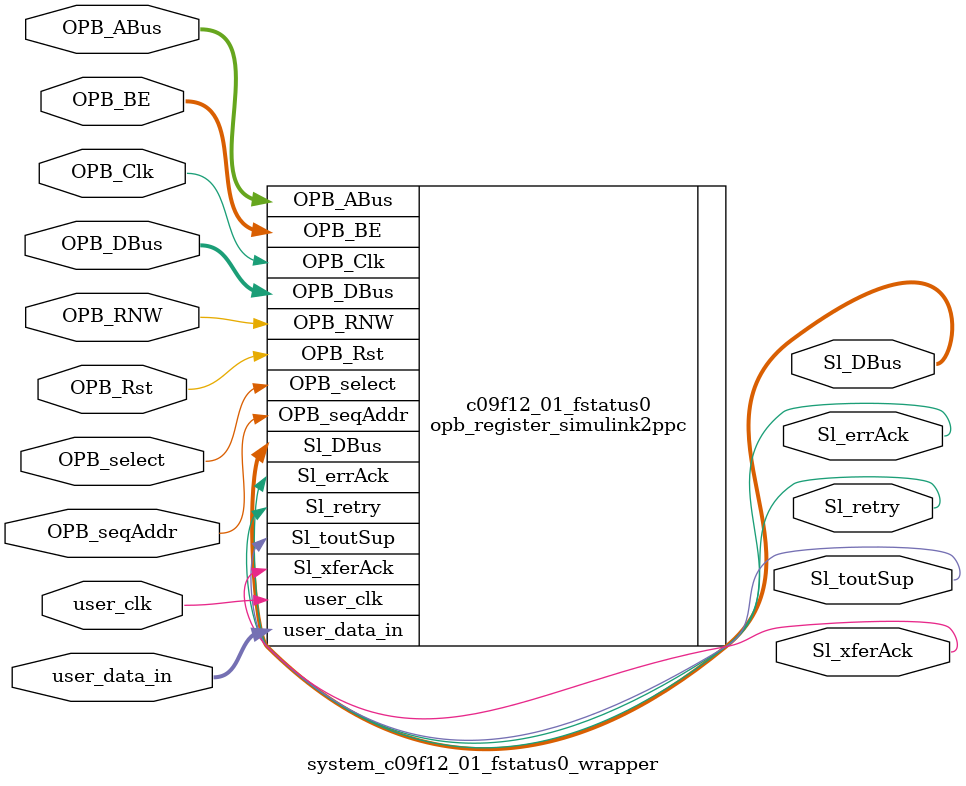
<source format=v>

module system_c09f12_01_fstatus0_wrapper
  (
    OPB_Clk,
    OPB_Rst,
    Sl_DBus,
    Sl_errAck,
    Sl_retry,
    Sl_toutSup,
    Sl_xferAck,
    OPB_ABus,
    OPB_BE,
    OPB_DBus,
    OPB_RNW,
    OPB_select,
    OPB_seqAddr,
    user_data_in,
    user_clk
  );
  input OPB_Clk;
  input OPB_Rst;
  output [0:31] Sl_DBus;
  output Sl_errAck;
  output Sl_retry;
  output Sl_toutSup;
  output Sl_xferAck;
  input [0:31] OPB_ABus;
  input [0:3] OPB_BE;
  input [0:31] OPB_DBus;
  input OPB_RNW;
  input OPB_select;
  input OPB_seqAddr;
  input [31:0] user_data_in;
  input user_clk;

  opb_register_simulink2ppc
    #(
      .C_BASEADDR ( 32'h0108C100 ),
      .C_HIGHADDR ( 32'h0108C1FF ),
      .C_OPB_AWIDTH ( 32 ),
      .C_OPB_DWIDTH ( 32 ),
      .C_FAMILY ( "virtex5" )
    )
    c09f12_01_fstatus0 (
      .OPB_Clk ( OPB_Clk ),
      .OPB_Rst ( OPB_Rst ),
      .Sl_DBus ( Sl_DBus ),
      .Sl_errAck ( Sl_errAck ),
      .Sl_retry ( Sl_retry ),
      .Sl_toutSup ( Sl_toutSup ),
      .Sl_xferAck ( Sl_xferAck ),
      .OPB_ABus ( OPB_ABus ),
      .OPB_BE ( OPB_BE ),
      .OPB_DBus ( OPB_DBus ),
      .OPB_RNW ( OPB_RNW ),
      .OPB_select ( OPB_select ),
      .OPB_seqAddr ( OPB_seqAddr ),
      .user_data_in ( user_data_in ),
      .user_clk ( user_clk )
    );

endmodule


</source>
